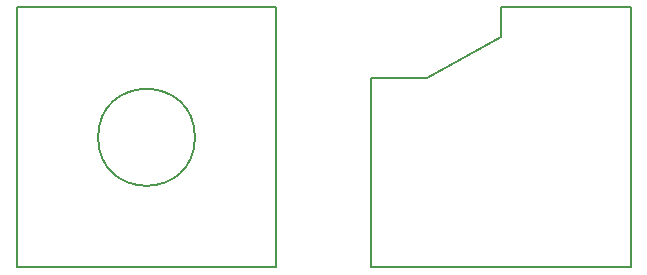
<source format=gbr>
G04 #@! TF.FileFunction,Profile,NP*
%FSLAX46Y46*%
G04 Gerber Fmt 4.6, Leading zero omitted, Abs format (unit mm)*
G04 Created by KiCad (PCBNEW 4.0.4-stable) date 12/28/16 17:41:51*
%MOMM*%
%LPD*%
G01*
G04 APERTURE LIST*
%ADD10C,0.100000*%
%ADD11C,0.200000*%
%ADD12C,0.150000*%
G04 APERTURE END LIST*
D10*
D11*
X111000000Y-89000000D02*
X111000000Y-111000000D01*
X89000000Y-111000000D02*
X111000000Y-111000000D01*
X89000000Y-89000000D02*
X89000000Y-111000000D01*
D12*
X104100000Y-100000000D02*
G75*
G03X104100000Y-100000000I-4100000J0D01*
G01*
D11*
X89000000Y-89000000D02*
X111000000Y-89000000D01*
X123750000Y-95000000D02*
X119000000Y-95000000D01*
X130000000Y-91500000D02*
X123750000Y-95000000D01*
X130000000Y-89000000D02*
X130000000Y-91500000D01*
X119000000Y-95000000D02*
X119000000Y-111000000D01*
X119000000Y-111000000D02*
X141000000Y-111000000D01*
X141000000Y-89000000D02*
X141000000Y-111000000D01*
X130000000Y-89000000D02*
X141000000Y-89000000D01*
M02*

</source>
